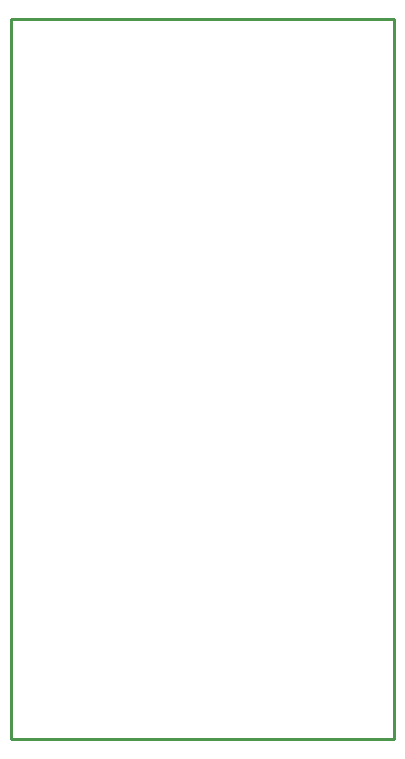
<source format=gko>
G04 Layer: BoardOutlineLayer*
G04 EasyEDA v6.5.38, 2023-12-01 14:45:36*
G04 d3a44f610aa94845aa177982d7dd4480,0f913dacbf7e480eb1521c3b63592b38,10*
G04 Gerber Generator version 0.2*
G04 Scale: 100 percent, Rotated: No, Reflected: No *
G04 Dimensions in millimeters *
G04 leading zeros omitted , absolute positions ,4 integer and 5 decimal *
%FSLAX45Y45*%
%MOMM*%

%ADD10C,0.2540*%
D10*
X-381000Y5461000D02*
G01*
X-381000Y5778500D01*
X2857500Y5778500D01*
X2857500Y-317500D01*
X1270000Y-317500D01*
X-381000Y-317500D01*
X-381000Y5778500D01*
X-381000Y5524500D01*

%LPD*%
M02*

</source>
